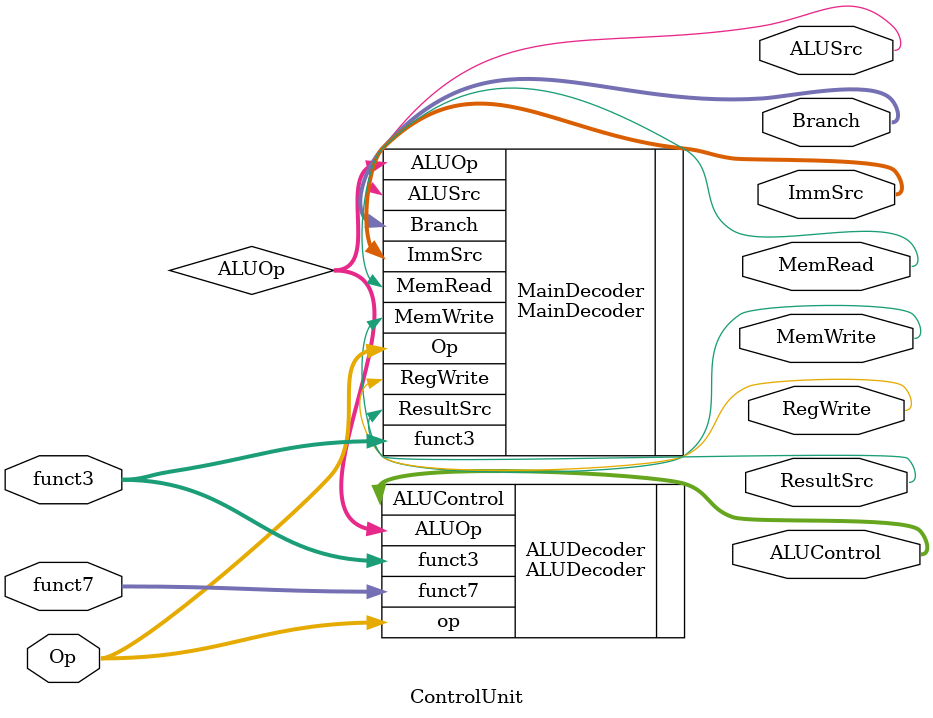
<source format=v>
`include "ALUDecoder.v"
`include "MainDecoder.v"

module ControlUnit(input[6:0] Op,      output RegWrite,
                   input[2:0] funct3,  output MemWrite,
                   input[6:0] funct7,  output MemRead,
                                       output ALUSrc,
                                       output ResultSrc,
                                       output[2:0] Branch,
                                       output[2:0] ALUControl,
                                       output[1:0] ImmSrc);

    wire[1:0] ALUOp;

    MainDecoder MainDecoder(.Op(Op),
                            .RegWrite(RegWrite),
                            .ImmSrc(ImmSrc),
                            .MemWrite(MemWrite),
                            .MemRead(MemRead),
                            .ResultSrc(ResultSrc),
                            .Branch(Branch),
                            .ALUSrc(ALUSrc),
                            .ALUOp(ALUOp),
                            .funct3(funct3));

    ALUDecoder ALUDecoder(.ALUOp(ALUOp),
                          .funct3(funct3),
                          .funct7(funct7),
                          .op(Op),
                          .ALUControl(ALUControl));

endmodule

</source>
